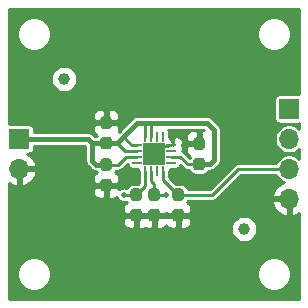
<source format=gtl>
%TF.GenerationSoftware,KiCad,Pcbnew,(5.1.10)-1*%
%TF.CreationDate,2021-05-28T12:23:57-05:00*%
%TF.ProjectId,ldo-power-board,6c646f2d-706f-4776-9572-2d626f617264,v01*%
%TF.SameCoordinates,Original*%
%TF.FileFunction,Copper,L1,Top*%
%TF.FilePolarity,Positive*%
%FSLAX46Y46*%
G04 Gerber Fmt 4.6, Leading zero omitted, Abs format (unit mm)*
G04 Created by KiCad (PCBNEW (5.1.10)-1) date 2021-05-28 12:23:57*
%MOMM*%
%LPD*%
G01*
G04 APERTURE LIST*
%TA.AperFunction,SMDPad,CuDef*%
%ADD10R,1.854200X1.854200*%
%TD*%
%TA.AperFunction,SMDPad,CuDef*%
%ADD11R,0.254000X0.812800*%
%TD*%
%TA.AperFunction,SMDPad,CuDef*%
%ADD12R,0.812800X0.254000*%
%TD*%
%TA.AperFunction,ComponentPad*%
%ADD13O,1.700000X1.700000*%
%TD*%
%TA.AperFunction,ComponentPad*%
%ADD14R,1.700000X1.700000*%
%TD*%
%TA.AperFunction,SMDPad,CuDef*%
%ADD15C,1.000000*%
%TD*%
%TA.AperFunction,ViaPad*%
%ADD16C,0.508000*%
%TD*%
%TA.AperFunction,Conductor*%
%ADD17C,0.254000*%
%TD*%
%TA.AperFunction,Conductor*%
%ADD18C,0.381000*%
%TD*%
%TA.AperFunction,Conductor*%
%ADD19C,0.100000*%
%TD*%
G04 APERTURE END LIST*
D10*
%TO.P,U1,17*%
%TO.N,GND*%
X142240000Y-101600000D03*
D11*
%TO.P,U1,16*%
%TO.N,/VIN*%
X141489999Y-100152200D03*
%TO.P,U1,15*%
X141990000Y-100152200D03*
%TO.P,U1,14*%
%TO.N,Net-(U1-Pad14)*%
X142490000Y-100152200D03*
%TO.P,U1,13*%
%TO.N,Net-(U1-Pad13)*%
X142990001Y-100152200D03*
D12*
%TO.P,U1,12*%
%TO.N,GND*%
X143687800Y-100849999D03*
%TO.P,U1,11*%
%TO.N,Net-(U1-Pad11)*%
X143687800Y-101350000D03*
%TO.P,U1,10*%
%TO.N,/VIN*%
X143687800Y-101850000D03*
%TO.P,U1,9*%
%TO.N,Net-(U1-Pad9)*%
X143687800Y-102350001D03*
D11*
%TO.P,U1,8*%
%TO.N,/VOUT3*%
X142990001Y-103047800D03*
%TO.P,U1,7*%
%TO.N,Net-(U1-Pad7)*%
X142490000Y-103047800D03*
%TO.P,U1,6*%
%TO.N,/VOUT2*%
X141990000Y-103047800D03*
%TO.P,U1,5*%
%TO.N,/VOUT1*%
X141489999Y-103047800D03*
D12*
%TO.P,U1,4*%
%TO.N,Net-(U1-Pad4)*%
X140792200Y-102350001D03*
%TO.P,U1,3*%
%TO.N,/VIN*%
X140792200Y-101850000D03*
%TO.P,U1,2*%
X140792200Y-101350000D03*
%TO.P,U1,1*%
X140792200Y-100849999D03*
%TD*%
D13*
%TO.P,J2,4*%
%TO.N,GND*%
X153670000Y-105410000D03*
%TO.P,J2,3*%
%TO.N,/VOUT3*%
X153670000Y-102870000D03*
%TO.P,J2,2*%
%TO.N,/VOUT2*%
X153670000Y-100330000D03*
D14*
%TO.P,J2,1*%
%TO.N,/VOUT1*%
X153670000Y-97790000D03*
%TD*%
D13*
%TO.P,J1,2*%
%TO.N,GND*%
X130810000Y-102870000D03*
D14*
%TO.P,J1,1*%
%TO.N,/VIN*%
X130810000Y-100330000D03*
%TD*%
D15*
%TO.P,FID2,*%
%TO.N,*%
X149860000Y-107950000D03*
%TD*%
%TO.P,FID1,*%
%TO.N,*%
X134620000Y-95250000D03*
%TD*%
%TO.P,C6,2*%
%TO.N,GND*%
%TA.AperFunction,SMDPad,CuDef*%
G36*
G01*
X146287500Y-101275000D02*
X145812500Y-101275000D01*
G75*
G02*
X145575000Y-101037500I0J237500D01*
G01*
X145575000Y-100437500D01*
G75*
G02*
X145812500Y-100200000I237500J0D01*
G01*
X146287500Y-100200000D01*
G75*
G02*
X146525000Y-100437500I0J-237500D01*
G01*
X146525000Y-101037500D01*
G75*
G02*
X146287500Y-101275000I-237500J0D01*
G01*
G37*
%TD.AperFunction*%
%TO.P,C6,1*%
%TO.N,/VIN*%
%TA.AperFunction,SMDPad,CuDef*%
G36*
G01*
X146287500Y-103000000D02*
X145812500Y-103000000D01*
G75*
G02*
X145575000Y-102762500I0J237500D01*
G01*
X145575000Y-102162500D01*
G75*
G02*
X145812500Y-101925000I237500J0D01*
G01*
X146287500Y-101925000D01*
G75*
G02*
X146525000Y-102162500I0J-237500D01*
G01*
X146525000Y-102762500D01*
G75*
G02*
X146287500Y-103000000I-237500J0D01*
G01*
G37*
%TD.AperFunction*%
%TD*%
%TO.P,C5,2*%
%TO.N,GND*%
%TA.AperFunction,SMDPad,CuDef*%
G36*
G01*
X137938500Y-103703000D02*
X138413500Y-103703000D01*
G75*
G02*
X138651000Y-103940500I0J-237500D01*
G01*
X138651000Y-104540500D01*
G75*
G02*
X138413500Y-104778000I-237500J0D01*
G01*
X137938500Y-104778000D01*
G75*
G02*
X137701000Y-104540500I0J237500D01*
G01*
X137701000Y-103940500D01*
G75*
G02*
X137938500Y-103703000I237500J0D01*
G01*
G37*
%TD.AperFunction*%
%TO.P,C5,1*%
%TO.N,/VIN*%
%TA.AperFunction,SMDPad,CuDef*%
G36*
G01*
X137938500Y-101978000D02*
X138413500Y-101978000D01*
G75*
G02*
X138651000Y-102215500I0J-237500D01*
G01*
X138651000Y-102815500D01*
G75*
G02*
X138413500Y-103053000I-237500J0D01*
G01*
X137938500Y-103053000D01*
G75*
G02*
X137701000Y-102815500I0J237500D01*
G01*
X137701000Y-102215500D01*
G75*
G02*
X137938500Y-101978000I237500J0D01*
G01*
G37*
%TD.AperFunction*%
%TD*%
%TO.P,C4,2*%
%TO.N,GND*%
%TA.AperFunction,SMDPad,CuDef*%
G36*
G01*
X138413500Y-99497000D02*
X137938500Y-99497000D01*
G75*
G02*
X137701000Y-99259500I0J237500D01*
G01*
X137701000Y-98659500D01*
G75*
G02*
X137938500Y-98422000I237500J0D01*
G01*
X138413500Y-98422000D01*
G75*
G02*
X138651000Y-98659500I0J-237500D01*
G01*
X138651000Y-99259500D01*
G75*
G02*
X138413500Y-99497000I-237500J0D01*
G01*
G37*
%TD.AperFunction*%
%TO.P,C4,1*%
%TO.N,/VIN*%
%TA.AperFunction,SMDPad,CuDef*%
G36*
G01*
X138413500Y-101222000D02*
X137938500Y-101222000D01*
G75*
G02*
X137701000Y-100984500I0J237500D01*
G01*
X137701000Y-100384500D01*
G75*
G02*
X137938500Y-100147000I237500J0D01*
G01*
X138413500Y-100147000D01*
G75*
G02*
X138651000Y-100384500I0J-237500D01*
G01*
X138651000Y-100984500D01*
G75*
G02*
X138413500Y-101222000I-237500J0D01*
G01*
G37*
%TD.AperFunction*%
%TD*%
%TO.P,C3,2*%
%TO.N,GND*%
%TA.AperFunction,SMDPad,CuDef*%
G36*
G01*
X140478500Y-106243000D02*
X140953500Y-106243000D01*
G75*
G02*
X141191000Y-106480500I0J-237500D01*
G01*
X141191000Y-107080500D01*
G75*
G02*
X140953500Y-107318000I-237500J0D01*
G01*
X140478500Y-107318000D01*
G75*
G02*
X140241000Y-107080500I0J237500D01*
G01*
X140241000Y-106480500D01*
G75*
G02*
X140478500Y-106243000I237500J0D01*
G01*
G37*
%TD.AperFunction*%
%TO.P,C3,1*%
%TO.N,/VOUT1*%
%TA.AperFunction,SMDPad,CuDef*%
G36*
G01*
X140478500Y-104518000D02*
X140953500Y-104518000D01*
G75*
G02*
X141191000Y-104755500I0J-237500D01*
G01*
X141191000Y-105355500D01*
G75*
G02*
X140953500Y-105593000I-237500J0D01*
G01*
X140478500Y-105593000D01*
G75*
G02*
X140241000Y-105355500I0J237500D01*
G01*
X140241000Y-104755500D01*
G75*
G02*
X140478500Y-104518000I237500J0D01*
G01*
G37*
%TD.AperFunction*%
%TD*%
%TO.P,C2,2*%
%TO.N,GND*%
%TA.AperFunction,SMDPad,CuDef*%
G36*
G01*
X142002500Y-106243000D02*
X142477500Y-106243000D01*
G75*
G02*
X142715000Y-106480500I0J-237500D01*
G01*
X142715000Y-107080500D01*
G75*
G02*
X142477500Y-107318000I-237500J0D01*
G01*
X142002500Y-107318000D01*
G75*
G02*
X141765000Y-107080500I0J237500D01*
G01*
X141765000Y-106480500D01*
G75*
G02*
X142002500Y-106243000I237500J0D01*
G01*
G37*
%TD.AperFunction*%
%TO.P,C2,1*%
%TO.N,/VOUT2*%
%TA.AperFunction,SMDPad,CuDef*%
G36*
G01*
X142002500Y-104518000D02*
X142477500Y-104518000D01*
G75*
G02*
X142715000Y-104755500I0J-237500D01*
G01*
X142715000Y-105355500D01*
G75*
G02*
X142477500Y-105593000I-237500J0D01*
G01*
X142002500Y-105593000D01*
G75*
G02*
X141765000Y-105355500I0J237500D01*
G01*
X141765000Y-104755500D01*
G75*
G02*
X142002500Y-104518000I237500J0D01*
G01*
G37*
%TD.AperFunction*%
%TD*%
%TO.P,C1,2*%
%TO.N,GND*%
%TA.AperFunction,SMDPad,CuDef*%
G36*
G01*
X144034500Y-106243000D02*
X144509500Y-106243000D01*
G75*
G02*
X144747000Y-106480500I0J-237500D01*
G01*
X144747000Y-107080500D01*
G75*
G02*
X144509500Y-107318000I-237500J0D01*
G01*
X144034500Y-107318000D01*
G75*
G02*
X143797000Y-107080500I0J237500D01*
G01*
X143797000Y-106480500D01*
G75*
G02*
X144034500Y-106243000I237500J0D01*
G01*
G37*
%TD.AperFunction*%
%TO.P,C1,1*%
%TO.N,/VOUT3*%
%TA.AperFunction,SMDPad,CuDef*%
G36*
G01*
X144034500Y-104518000D02*
X144509500Y-104518000D01*
G75*
G02*
X144747000Y-104755500I0J-237500D01*
G01*
X144747000Y-105355500D01*
G75*
G02*
X144509500Y-105593000I-237500J0D01*
G01*
X144034500Y-105593000D01*
G75*
G02*
X143797000Y-105355500I0J237500D01*
G01*
X143797000Y-104755500D01*
G75*
G02*
X144034500Y-104518000I237500J0D01*
G01*
G37*
%TD.AperFunction*%
%TD*%
D16*
%TO.N,GND*%
X141732000Y-102108000D03*
X142748000Y-102108000D03*
X142748000Y-101092000D03*
X141732000Y-101092000D03*
X144526000Y-99822000D03*
X144780000Y-103378000D03*
X139954000Y-103378000D03*
X139700000Y-98552000D03*
X148844000Y-101346000D03*
X147828000Y-98552000D03*
X145288000Y-97790000D03*
X141986000Y-97790000D03*
X136398000Y-99060000D03*
X135890000Y-101346000D03*
X139446000Y-105918000D03*
X146050000Y-106172000D03*
X140716000Y-108966000D03*
X142240000Y-108966000D03*
X144272000Y-108966000D03*
X147066000Y-103378000D03*
X151384000Y-103886000D03*
X151638000Y-98552000D03*
X130556000Y-109220000D03*
X134620000Y-113284000D03*
X130556000Y-93980000D03*
X134620000Y-89916000D03*
X130556000Y-98552000D03*
X153924000Y-109220000D03*
X153924000Y-93980000D03*
X149860000Y-89916000D03*
X149860000Y-113284000D03*
%TO.N,/VOUT2*%
X143256000Y-105054400D03*
%TO.N,/VOUT1*%
X139700000Y-105054400D03*
%TD*%
D17*
%TO.N,GND*%
X142947201Y-100892799D02*
X142748000Y-101092000D01*
X143419964Y-100849999D02*
X143377164Y-100892799D01*
X143377164Y-100892799D02*
X142947201Y-100892799D01*
X143687800Y-100849999D02*
X143419964Y-100849999D01*
%TO.N,/VOUT3*%
X149352000Y-102870000D02*
X153670000Y-102870000D01*
X147166500Y-105055500D02*
X149352000Y-102870000D01*
X142990001Y-103773501D02*
X144272000Y-105055500D01*
X142990001Y-103047800D02*
X142990001Y-103773501D01*
X147166500Y-105055500D02*
X144272000Y-105055500D01*
%TO.N,/VOUT2*%
X141990000Y-103047800D02*
X141990000Y-103890000D01*
X142240000Y-104140000D02*
X142240000Y-105055500D01*
X141990000Y-103890000D02*
X142240000Y-104140000D01*
X143254900Y-105055500D02*
X143256000Y-105054400D01*
X142240000Y-105055500D02*
X143254900Y-105055500D01*
%TO.N,/VOUT1*%
X141489999Y-104281501D02*
X140716000Y-105055500D01*
X141489999Y-103047800D02*
X141489999Y-104281501D01*
X139701100Y-105055500D02*
X139700000Y-105054400D01*
X140716000Y-105055500D02*
X139701100Y-105055500D01*
D18*
%TO.N,/VIN*%
X138176000Y-100684500D02*
X137006500Y-100684500D01*
X136652000Y-100330000D02*
X130810000Y-100330000D01*
X137006500Y-100684500D02*
X136652000Y-100330000D01*
X137006500Y-100684500D02*
X137006500Y-102208500D01*
X137313500Y-102515500D02*
X138176000Y-102515500D01*
X137006500Y-102208500D02*
X137313500Y-102515500D01*
D17*
X138176000Y-102515500D02*
X139190900Y-102515500D01*
X139856400Y-101850000D02*
X139190900Y-102515500D01*
X140792200Y-101850000D02*
X139856400Y-101850000D01*
D18*
X138176000Y-100684500D02*
X139091500Y-100684500D01*
D17*
X139757000Y-101350000D02*
X139091500Y-100684500D01*
X140792200Y-101350000D02*
X139757000Y-101350000D01*
X140372399Y-100849999D02*
X139649200Y-100126800D01*
X140792200Y-100849999D02*
X140372399Y-100849999D01*
D18*
X139649200Y-100126800D02*
X140817600Y-98958400D01*
X139091500Y-100684500D02*
X139649200Y-100126800D01*
D17*
X141489999Y-100152200D02*
X141489999Y-98995799D01*
X141489999Y-98995799D02*
X141452600Y-98958400D01*
D18*
X140817600Y-98958400D02*
X141452600Y-98958400D01*
D17*
X141990000Y-98962400D02*
X141986000Y-98958400D01*
X141990000Y-100152200D02*
X141990000Y-98962400D01*
D18*
X141452600Y-98958400D02*
X141986000Y-98958400D01*
D17*
X145083700Y-102462500D02*
X146050000Y-102462500D01*
X144471200Y-101850000D02*
X145083700Y-102462500D01*
X143687800Y-101850000D02*
X144471200Y-101850000D01*
D18*
X146965500Y-102462500D02*
X146050000Y-102462500D01*
X147320000Y-99568000D02*
X147320000Y-102108000D01*
X146710400Y-98958400D02*
X147320000Y-99568000D01*
X147320000Y-102108000D02*
X146965500Y-102462500D01*
X141986000Y-98958400D02*
X146710400Y-98958400D01*
%TD*%
D17*
%TO.N,GND*%
X136435000Y-100921223D02*
X136435001Y-102180416D01*
X136432235Y-102208500D01*
X136443269Y-102320533D01*
X136475948Y-102428261D01*
X136528779Y-102527100D01*
X136529017Y-102527545D01*
X136600434Y-102614567D01*
X136622244Y-102632466D01*
X136889530Y-102899752D01*
X136907433Y-102921567D01*
X136994455Y-102992984D01*
X137093738Y-103046052D01*
X137201466Y-103078731D01*
X137285426Y-103087000D01*
X137313500Y-103089765D01*
X137341574Y-103087000D01*
X137383608Y-103087000D01*
X137410893Y-103138047D01*
X137346506Y-103172463D01*
X137249815Y-103251815D01*
X137170463Y-103348506D01*
X137111498Y-103458820D01*
X137075188Y-103578518D01*
X137062928Y-103703000D01*
X137066000Y-103954750D01*
X137224750Y-104113500D01*
X138049000Y-104113500D01*
X138049000Y-104093500D01*
X138303000Y-104093500D01*
X138303000Y-104113500D01*
X139127250Y-104113500D01*
X139286000Y-103954750D01*
X139289072Y-103703000D01*
X139276812Y-103578518D01*
X139240502Y-103458820D01*
X139181537Y-103348506D01*
X139102185Y-103251815D01*
X139005494Y-103172463D01*
X138941107Y-103138047D01*
X138986622Y-103052895D01*
X138995539Y-103023500D01*
X139165956Y-103023500D01*
X139190900Y-103025957D01*
X139215844Y-103023500D01*
X139215847Y-103023500D01*
X139290485Y-103016149D01*
X139386243Y-102987101D01*
X139474495Y-102939929D01*
X139551848Y-102876448D01*
X139567755Y-102857065D01*
X140002957Y-102421864D01*
X140002957Y-102477001D01*
X140010313Y-102551690D01*
X140032099Y-102623509D01*
X140067478Y-102689697D01*
X140115089Y-102747712D01*
X140173104Y-102795323D01*
X140239292Y-102830702D01*
X140311111Y-102852488D01*
X140385800Y-102859844D01*
X140770737Y-102859844D01*
X140782363Y-102881594D01*
X140861715Y-102978285D01*
X140958406Y-103057637D01*
X140980156Y-103069263D01*
X140980156Y-103454200D01*
X140981999Y-103472916D01*
X140982000Y-104071080D01*
X140917923Y-104135157D01*
X140478500Y-104135157D01*
X140357477Y-104147077D01*
X140241105Y-104182378D01*
X140133856Y-104239704D01*
X140039851Y-104316851D01*
X139962704Y-104410856D01*
X139934241Y-104464107D01*
X139885223Y-104443803D01*
X139762542Y-104419400D01*
X139637458Y-104419400D01*
X139514777Y-104443803D01*
X139399215Y-104491671D01*
X139295211Y-104561164D01*
X139286532Y-104569843D01*
X139286000Y-104526250D01*
X139127250Y-104367500D01*
X138303000Y-104367500D01*
X138303000Y-105254250D01*
X138461750Y-105413000D01*
X138651000Y-105416072D01*
X138775482Y-105403812D01*
X138895180Y-105367502D01*
X139005494Y-105308537D01*
X139089419Y-105239662D01*
X139137271Y-105355185D01*
X139206764Y-105459189D01*
X139295211Y-105547636D01*
X139399215Y-105617129D01*
X139514777Y-105664997D01*
X139637458Y-105689400D01*
X139762542Y-105689400D01*
X139885223Y-105664997D01*
X139933278Y-105645092D01*
X139950893Y-105678047D01*
X139886506Y-105712463D01*
X139789815Y-105791815D01*
X139710463Y-105888506D01*
X139651498Y-105998820D01*
X139615188Y-106118518D01*
X139602928Y-106243000D01*
X139606000Y-106494750D01*
X139764750Y-106653500D01*
X140589000Y-106653500D01*
X140589000Y-106633500D01*
X140843000Y-106633500D01*
X140843000Y-106653500D01*
X142113000Y-106653500D01*
X142113000Y-106633500D01*
X142367000Y-106633500D01*
X142367000Y-106653500D01*
X143191250Y-106653500D01*
X143256000Y-106588750D01*
X143320750Y-106653500D01*
X144145000Y-106653500D01*
X144145000Y-106633500D01*
X144399000Y-106633500D01*
X144399000Y-106653500D01*
X145223250Y-106653500D01*
X145382000Y-106494750D01*
X145385072Y-106243000D01*
X145372812Y-106118518D01*
X145336502Y-105998820D01*
X145277537Y-105888506D01*
X145198185Y-105791815D01*
X145167814Y-105766890D01*
X152228524Y-105766890D01*
X152273175Y-105914099D01*
X152398359Y-106176920D01*
X152572412Y-106410269D01*
X152788645Y-106605178D01*
X153038748Y-106754157D01*
X153313109Y-106851481D01*
X153543000Y-106730814D01*
X153543000Y-105537000D01*
X152349845Y-105537000D01*
X152228524Y-105766890D01*
X145167814Y-105766890D01*
X145101494Y-105712463D01*
X145037107Y-105678047D01*
X145082622Y-105592895D01*
X145091539Y-105563500D01*
X147141556Y-105563500D01*
X147166500Y-105565957D01*
X147191444Y-105563500D01*
X147191447Y-105563500D01*
X147266085Y-105556149D01*
X147361843Y-105527101D01*
X147450095Y-105479929D01*
X147527448Y-105416448D01*
X147543355Y-105397065D01*
X149562420Y-103378000D01*
X152547996Y-103378000D01*
X152579102Y-103453097D01*
X152713820Y-103654717D01*
X152885283Y-103826180D01*
X153086903Y-103960898D01*
X153201168Y-104008228D01*
X153038748Y-104065843D01*
X152788645Y-104214822D01*
X152572412Y-104409731D01*
X152398359Y-104643080D01*
X152273175Y-104905901D01*
X152228524Y-105053110D01*
X152349845Y-105283000D01*
X153543000Y-105283000D01*
X153543000Y-105263000D01*
X153797000Y-105263000D01*
X153797000Y-105283000D01*
X153817000Y-105283000D01*
X153817000Y-105537000D01*
X153797000Y-105537000D01*
X153797000Y-106730814D01*
X154026891Y-106851481D01*
X154301252Y-106754157D01*
X154534001Y-106615515D01*
X154534001Y-113894000D01*
X129946000Y-113894000D01*
X129946000Y-111619059D01*
X130649000Y-111619059D01*
X130649000Y-111900941D01*
X130703993Y-112177407D01*
X130811864Y-112437833D01*
X130968470Y-112672209D01*
X131167791Y-112871530D01*
X131402167Y-113028136D01*
X131662593Y-113136007D01*
X131939059Y-113191000D01*
X132220941Y-113191000D01*
X132497407Y-113136007D01*
X132757833Y-113028136D01*
X132992209Y-112871530D01*
X133191530Y-112672209D01*
X133348136Y-112437833D01*
X133456007Y-112177407D01*
X133511000Y-111900941D01*
X133511000Y-111619059D01*
X150969000Y-111619059D01*
X150969000Y-111900941D01*
X151023993Y-112177407D01*
X151131864Y-112437833D01*
X151288470Y-112672209D01*
X151487791Y-112871530D01*
X151722167Y-113028136D01*
X151982593Y-113136007D01*
X152259059Y-113191000D01*
X152540941Y-113191000D01*
X152817407Y-113136007D01*
X153077833Y-113028136D01*
X153312209Y-112871530D01*
X153511530Y-112672209D01*
X153668136Y-112437833D01*
X153776007Y-112177407D01*
X153831000Y-111900941D01*
X153831000Y-111619059D01*
X153776007Y-111342593D01*
X153668136Y-111082167D01*
X153511530Y-110847791D01*
X153312209Y-110648470D01*
X153077833Y-110491864D01*
X152817407Y-110383993D01*
X152540941Y-110329000D01*
X152259059Y-110329000D01*
X151982593Y-110383993D01*
X151722167Y-110491864D01*
X151487791Y-110648470D01*
X151288470Y-110847791D01*
X151131864Y-111082167D01*
X151023993Y-111342593D01*
X150969000Y-111619059D01*
X133511000Y-111619059D01*
X133456007Y-111342593D01*
X133348136Y-111082167D01*
X133191530Y-110847791D01*
X132992209Y-110648470D01*
X132757833Y-110491864D01*
X132497407Y-110383993D01*
X132220941Y-110329000D01*
X131939059Y-110329000D01*
X131662593Y-110383993D01*
X131402167Y-110491864D01*
X131167791Y-110648470D01*
X130968470Y-110847791D01*
X130811864Y-111082167D01*
X130703993Y-111342593D01*
X130649000Y-111619059D01*
X129946000Y-111619059D01*
X129946000Y-107318000D01*
X139602928Y-107318000D01*
X139615188Y-107442482D01*
X139651498Y-107562180D01*
X139710463Y-107672494D01*
X139789815Y-107769185D01*
X139886506Y-107848537D01*
X139996820Y-107907502D01*
X140116518Y-107943812D01*
X140241000Y-107956072D01*
X140430250Y-107953000D01*
X140589000Y-107794250D01*
X140589000Y-106907500D01*
X140843000Y-106907500D01*
X140843000Y-107794250D01*
X141001750Y-107953000D01*
X141191000Y-107956072D01*
X141315482Y-107943812D01*
X141435180Y-107907502D01*
X141478000Y-107884614D01*
X141520820Y-107907502D01*
X141640518Y-107943812D01*
X141765000Y-107956072D01*
X141954250Y-107953000D01*
X142113000Y-107794250D01*
X142113000Y-106907500D01*
X142367000Y-106907500D01*
X142367000Y-107794250D01*
X142525750Y-107953000D01*
X142715000Y-107956072D01*
X142839482Y-107943812D01*
X142959180Y-107907502D01*
X143069494Y-107848537D01*
X143166185Y-107769185D01*
X143245537Y-107672494D01*
X143256000Y-107652919D01*
X143266463Y-107672494D01*
X143345815Y-107769185D01*
X143442506Y-107848537D01*
X143552820Y-107907502D01*
X143672518Y-107943812D01*
X143797000Y-107956072D01*
X143986250Y-107953000D01*
X144145000Y-107794250D01*
X144145000Y-106907500D01*
X144399000Y-106907500D01*
X144399000Y-107794250D01*
X144557750Y-107953000D01*
X144747000Y-107956072D01*
X144871482Y-107943812D01*
X144991180Y-107907502D01*
X145101494Y-107848537D01*
X145113114Y-107839000D01*
X148733000Y-107839000D01*
X148733000Y-108061000D01*
X148776310Y-108278734D01*
X148861266Y-108483835D01*
X148984602Y-108668421D01*
X149141579Y-108825398D01*
X149326165Y-108948734D01*
X149531266Y-109033690D01*
X149749000Y-109077000D01*
X149971000Y-109077000D01*
X150188734Y-109033690D01*
X150393835Y-108948734D01*
X150578421Y-108825398D01*
X150735398Y-108668421D01*
X150858734Y-108483835D01*
X150943690Y-108278734D01*
X150987000Y-108061000D01*
X150987000Y-107839000D01*
X150943690Y-107621266D01*
X150858734Y-107416165D01*
X150735398Y-107231579D01*
X150578421Y-107074602D01*
X150393835Y-106951266D01*
X150188734Y-106866310D01*
X149971000Y-106823000D01*
X149749000Y-106823000D01*
X149531266Y-106866310D01*
X149326165Y-106951266D01*
X149141579Y-107074602D01*
X148984602Y-107231579D01*
X148861266Y-107416165D01*
X148776310Y-107621266D01*
X148733000Y-107839000D01*
X145113114Y-107839000D01*
X145198185Y-107769185D01*
X145277537Y-107672494D01*
X145336502Y-107562180D01*
X145372812Y-107442482D01*
X145385072Y-107318000D01*
X145382000Y-107066250D01*
X145223250Y-106907500D01*
X144399000Y-106907500D01*
X144145000Y-106907500D01*
X143320750Y-106907500D01*
X143256000Y-106972250D01*
X143191250Y-106907500D01*
X142367000Y-106907500D01*
X142113000Y-106907500D01*
X140843000Y-106907500D01*
X140589000Y-106907500D01*
X139764750Y-106907500D01*
X139606000Y-107066250D01*
X139602928Y-107318000D01*
X129946000Y-107318000D01*
X129946000Y-104778000D01*
X137062928Y-104778000D01*
X137075188Y-104902482D01*
X137111498Y-105022180D01*
X137170463Y-105132494D01*
X137249815Y-105229185D01*
X137346506Y-105308537D01*
X137456820Y-105367502D01*
X137576518Y-105403812D01*
X137701000Y-105416072D01*
X137890250Y-105413000D01*
X138049000Y-105254250D01*
X138049000Y-104367500D01*
X137224750Y-104367500D01*
X137066000Y-104526250D01*
X137062928Y-104778000D01*
X129946000Y-104778000D01*
X129946000Y-104075516D01*
X130178748Y-104214157D01*
X130453109Y-104311481D01*
X130683000Y-104190814D01*
X130683000Y-102997000D01*
X130937000Y-102997000D01*
X130937000Y-104190814D01*
X131166891Y-104311481D01*
X131441252Y-104214157D01*
X131691355Y-104065178D01*
X131907588Y-103870269D01*
X132081641Y-103636920D01*
X132206825Y-103374099D01*
X132251476Y-103226890D01*
X132130155Y-102997000D01*
X130937000Y-102997000D01*
X130683000Y-102997000D01*
X130663000Y-102997000D01*
X130663000Y-102743000D01*
X130683000Y-102743000D01*
X130683000Y-102723000D01*
X130937000Y-102723000D01*
X130937000Y-102743000D01*
X132130155Y-102743000D01*
X132251476Y-102513110D01*
X132206825Y-102365901D01*
X132081641Y-102103080D01*
X131907588Y-101869731D01*
X131691355Y-101674822D01*
X131503367Y-101562843D01*
X131660000Y-101562843D01*
X131734689Y-101555487D01*
X131806508Y-101533701D01*
X131872696Y-101498322D01*
X131930711Y-101450711D01*
X131978322Y-101392696D01*
X132013701Y-101326508D01*
X132035487Y-101254689D01*
X132042843Y-101180000D01*
X132042843Y-100901500D01*
X136415278Y-100901500D01*
X136435000Y-100921223D01*
%TA.AperFunction,Conductor*%
D19*
G36*
X136435000Y-100921223D02*
G01*
X136435001Y-102180416D01*
X136432235Y-102208500D01*
X136443269Y-102320533D01*
X136475948Y-102428261D01*
X136528779Y-102527100D01*
X136529017Y-102527545D01*
X136600434Y-102614567D01*
X136622244Y-102632466D01*
X136889530Y-102899752D01*
X136907433Y-102921567D01*
X136994455Y-102992984D01*
X137093738Y-103046052D01*
X137201466Y-103078731D01*
X137285426Y-103087000D01*
X137313500Y-103089765D01*
X137341574Y-103087000D01*
X137383608Y-103087000D01*
X137410893Y-103138047D01*
X137346506Y-103172463D01*
X137249815Y-103251815D01*
X137170463Y-103348506D01*
X137111498Y-103458820D01*
X137075188Y-103578518D01*
X137062928Y-103703000D01*
X137066000Y-103954750D01*
X137224750Y-104113500D01*
X138049000Y-104113500D01*
X138049000Y-104093500D01*
X138303000Y-104093500D01*
X138303000Y-104113500D01*
X139127250Y-104113500D01*
X139286000Y-103954750D01*
X139289072Y-103703000D01*
X139276812Y-103578518D01*
X139240502Y-103458820D01*
X139181537Y-103348506D01*
X139102185Y-103251815D01*
X139005494Y-103172463D01*
X138941107Y-103138047D01*
X138986622Y-103052895D01*
X138995539Y-103023500D01*
X139165956Y-103023500D01*
X139190900Y-103025957D01*
X139215844Y-103023500D01*
X139215847Y-103023500D01*
X139290485Y-103016149D01*
X139386243Y-102987101D01*
X139474495Y-102939929D01*
X139551848Y-102876448D01*
X139567755Y-102857065D01*
X140002957Y-102421864D01*
X140002957Y-102477001D01*
X140010313Y-102551690D01*
X140032099Y-102623509D01*
X140067478Y-102689697D01*
X140115089Y-102747712D01*
X140173104Y-102795323D01*
X140239292Y-102830702D01*
X140311111Y-102852488D01*
X140385800Y-102859844D01*
X140770737Y-102859844D01*
X140782363Y-102881594D01*
X140861715Y-102978285D01*
X140958406Y-103057637D01*
X140980156Y-103069263D01*
X140980156Y-103454200D01*
X140981999Y-103472916D01*
X140982000Y-104071080D01*
X140917923Y-104135157D01*
X140478500Y-104135157D01*
X140357477Y-104147077D01*
X140241105Y-104182378D01*
X140133856Y-104239704D01*
X140039851Y-104316851D01*
X139962704Y-104410856D01*
X139934241Y-104464107D01*
X139885223Y-104443803D01*
X139762542Y-104419400D01*
X139637458Y-104419400D01*
X139514777Y-104443803D01*
X139399215Y-104491671D01*
X139295211Y-104561164D01*
X139286532Y-104569843D01*
X139286000Y-104526250D01*
X139127250Y-104367500D01*
X138303000Y-104367500D01*
X138303000Y-105254250D01*
X138461750Y-105413000D01*
X138651000Y-105416072D01*
X138775482Y-105403812D01*
X138895180Y-105367502D01*
X139005494Y-105308537D01*
X139089419Y-105239662D01*
X139137271Y-105355185D01*
X139206764Y-105459189D01*
X139295211Y-105547636D01*
X139399215Y-105617129D01*
X139514777Y-105664997D01*
X139637458Y-105689400D01*
X139762542Y-105689400D01*
X139885223Y-105664997D01*
X139933278Y-105645092D01*
X139950893Y-105678047D01*
X139886506Y-105712463D01*
X139789815Y-105791815D01*
X139710463Y-105888506D01*
X139651498Y-105998820D01*
X139615188Y-106118518D01*
X139602928Y-106243000D01*
X139606000Y-106494750D01*
X139764750Y-106653500D01*
X140589000Y-106653500D01*
X140589000Y-106633500D01*
X140843000Y-106633500D01*
X140843000Y-106653500D01*
X142113000Y-106653500D01*
X142113000Y-106633500D01*
X142367000Y-106633500D01*
X142367000Y-106653500D01*
X143191250Y-106653500D01*
X143256000Y-106588750D01*
X143320750Y-106653500D01*
X144145000Y-106653500D01*
X144145000Y-106633500D01*
X144399000Y-106633500D01*
X144399000Y-106653500D01*
X145223250Y-106653500D01*
X145382000Y-106494750D01*
X145385072Y-106243000D01*
X145372812Y-106118518D01*
X145336502Y-105998820D01*
X145277537Y-105888506D01*
X145198185Y-105791815D01*
X145167814Y-105766890D01*
X152228524Y-105766890D01*
X152273175Y-105914099D01*
X152398359Y-106176920D01*
X152572412Y-106410269D01*
X152788645Y-106605178D01*
X153038748Y-106754157D01*
X153313109Y-106851481D01*
X153543000Y-106730814D01*
X153543000Y-105537000D01*
X152349845Y-105537000D01*
X152228524Y-105766890D01*
X145167814Y-105766890D01*
X145101494Y-105712463D01*
X145037107Y-105678047D01*
X145082622Y-105592895D01*
X145091539Y-105563500D01*
X147141556Y-105563500D01*
X147166500Y-105565957D01*
X147191444Y-105563500D01*
X147191447Y-105563500D01*
X147266085Y-105556149D01*
X147361843Y-105527101D01*
X147450095Y-105479929D01*
X147527448Y-105416448D01*
X147543355Y-105397065D01*
X149562420Y-103378000D01*
X152547996Y-103378000D01*
X152579102Y-103453097D01*
X152713820Y-103654717D01*
X152885283Y-103826180D01*
X153086903Y-103960898D01*
X153201168Y-104008228D01*
X153038748Y-104065843D01*
X152788645Y-104214822D01*
X152572412Y-104409731D01*
X152398359Y-104643080D01*
X152273175Y-104905901D01*
X152228524Y-105053110D01*
X152349845Y-105283000D01*
X153543000Y-105283000D01*
X153543000Y-105263000D01*
X153797000Y-105263000D01*
X153797000Y-105283000D01*
X153817000Y-105283000D01*
X153817000Y-105537000D01*
X153797000Y-105537000D01*
X153797000Y-106730814D01*
X154026891Y-106851481D01*
X154301252Y-106754157D01*
X154534001Y-106615515D01*
X154534001Y-113894000D01*
X129946000Y-113894000D01*
X129946000Y-111619059D01*
X130649000Y-111619059D01*
X130649000Y-111900941D01*
X130703993Y-112177407D01*
X130811864Y-112437833D01*
X130968470Y-112672209D01*
X131167791Y-112871530D01*
X131402167Y-113028136D01*
X131662593Y-113136007D01*
X131939059Y-113191000D01*
X132220941Y-113191000D01*
X132497407Y-113136007D01*
X132757833Y-113028136D01*
X132992209Y-112871530D01*
X133191530Y-112672209D01*
X133348136Y-112437833D01*
X133456007Y-112177407D01*
X133511000Y-111900941D01*
X133511000Y-111619059D01*
X150969000Y-111619059D01*
X150969000Y-111900941D01*
X151023993Y-112177407D01*
X151131864Y-112437833D01*
X151288470Y-112672209D01*
X151487791Y-112871530D01*
X151722167Y-113028136D01*
X151982593Y-113136007D01*
X152259059Y-113191000D01*
X152540941Y-113191000D01*
X152817407Y-113136007D01*
X153077833Y-113028136D01*
X153312209Y-112871530D01*
X153511530Y-112672209D01*
X153668136Y-112437833D01*
X153776007Y-112177407D01*
X153831000Y-111900941D01*
X153831000Y-111619059D01*
X153776007Y-111342593D01*
X153668136Y-111082167D01*
X153511530Y-110847791D01*
X153312209Y-110648470D01*
X153077833Y-110491864D01*
X152817407Y-110383993D01*
X152540941Y-110329000D01*
X152259059Y-110329000D01*
X151982593Y-110383993D01*
X151722167Y-110491864D01*
X151487791Y-110648470D01*
X151288470Y-110847791D01*
X151131864Y-111082167D01*
X151023993Y-111342593D01*
X150969000Y-111619059D01*
X133511000Y-111619059D01*
X133456007Y-111342593D01*
X133348136Y-111082167D01*
X133191530Y-110847791D01*
X132992209Y-110648470D01*
X132757833Y-110491864D01*
X132497407Y-110383993D01*
X132220941Y-110329000D01*
X131939059Y-110329000D01*
X131662593Y-110383993D01*
X131402167Y-110491864D01*
X131167791Y-110648470D01*
X130968470Y-110847791D01*
X130811864Y-111082167D01*
X130703993Y-111342593D01*
X130649000Y-111619059D01*
X129946000Y-111619059D01*
X129946000Y-107318000D01*
X139602928Y-107318000D01*
X139615188Y-107442482D01*
X139651498Y-107562180D01*
X139710463Y-107672494D01*
X139789815Y-107769185D01*
X139886506Y-107848537D01*
X139996820Y-107907502D01*
X140116518Y-107943812D01*
X140241000Y-107956072D01*
X140430250Y-107953000D01*
X140589000Y-107794250D01*
X140589000Y-106907500D01*
X140843000Y-106907500D01*
X140843000Y-107794250D01*
X141001750Y-107953000D01*
X141191000Y-107956072D01*
X141315482Y-107943812D01*
X141435180Y-107907502D01*
X141478000Y-107884614D01*
X141520820Y-107907502D01*
X141640518Y-107943812D01*
X141765000Y-107956072D01*
X141954250Y-107953000D01*
X142113000Y-107794250D01*
X142113000Y-106907500D01*
X142367000Y-106907500D01*
X142367000Y-107794250D01*
X142525750Y-107953000D01*
X142715000Y-107956072D01*
X142839482Y-107943812D01*
X142959180Y-107907502D01*
X143069494Y-107848537D01*
X143166185Y-107769185D01*
X143245537Y-107672494D01*
X143256000Y-107652919D01*
X143266463Y-107672494D01*
X143345815Y-107769185D01*
X143442506Y-107848537D01*
X143552820Y-107907502D01*
X143672518Y-107943812D01*
X143797000Y-107956072D01*
X143986250Y-107953000D01*
X144145000Y-107794250D01*
X144145000Y-106907500D01*
X144399000Y-106907500D01*
X144399000Y-107794250D01*
X144557750Y-107953000D01*
X144747000Y-107956072D01*
X144871482Y-107943812D01*
X144991180Y-107907502D01*
X145101494Y-107848537D01*
X145113114Y-107839000D01*
X148733000Y-107839000D01*
X148733000Y-108061000D01*
X148776310Y-108278734D01*
X148861266Y-108483835D01*
X148984602Y-108668421D01*
X149141579Y-108825398D01*
X149326165Y-108948734D01*
X149531266Y-109033690D01*
X149749000Y-109077000D01*
X149971000Y-109077000D01*
X150188734Y-109033690D01*
X150393835Y-108948734D01*
X150578421Y-108825398D01*
X150735398Y-108668421D01*
X150858734Y-108483835D01*
X150943690Y-108278734D01*
X150987000Y-108061000D01*
X150987000Y-107839000D01*
X150943690Y-107621266D01*
X150858734Y-107416165D01*
X150735398Y-107231579D01*
X150578421Y-107074602D01*
X150393835Y-106951266D01*
X150188734Y-106866310D01*
X149971000Y-106823000D01*
X149749000Y-106823000D01*
X149531266Y-106866310D01*
X149326165Y-106951266D01*
X149141579Y-107074602D01*
X148984602Y-107231579D01*
X148861266Y-107416165D01*
X148776310Y-107621266D01*
X148733000Y-107839000D01*
X145113114Y-107839000D01*
X145198185Y-107769185D01*
X145277537Y-107672494D01*
X145336502Y-107562180D01*
X145372812Y-107442482D01*
X145385072Y-107318000D01*
X145382000Y-107066250D01*
X145223250Y-106907500D01*
X144399000Y-106907500D01*
X144145000Y-106907500D01*
X143320750Y-106907500D01*
X143256000Y-106972250D01*
X143191250Y-106907500D01*
X142367000Y-106907500D01*
X142113000Y-106907500D01*
X140843000Y-106907500D01*
X140589000Y-106907500D01*
X139764750Y-106907500D01*
X139606000Y-107066250D01*
X139602928Y-107318000D01*
X129946000Y-107318000D01*
X129946000Y-104778000D01*
X137062928Y-104778000D01*
X137075188Y-104902482D01*
X137111498Y-105022180D01*
X137170463Y-105132494D01*
X137249815Y-105229185D01*
X137346506Y-105308537D01*
X137456820Y-105367502D01*
X137576518Y-105403812D01*
X137701000Y-105416072D01*
X137890250Y-105413000D01*
X138049000Y-105254250D01*
X138049000Y-104367500D01*
X137224750Y-104367500D01*
X137066000Y-104526250D01*
X137062928Y-104778000D01*
X129946000Y-104778000D01*
X129946000Y-104075516D01*
X130178748Y-104214157D01*
X130453109Y-104311481D01*
X130683000Y-104190814D01*
X130683000Y-102997000D01*
X130937000Y-102997000D01*
X130937000Y-104190814D01*
X131166891Y-104311481D01*
X131441252Y-104214157D01*
X131691355Y-104065178D01*
X131907588Y-103870269D01*
X132081641Y-103636920D01*
X132206825Y-103374099D01*
X132251476Y-103226890D01*
X132130155Y-102997000D01*
X130937000Y-102997000D01*
X130683000Y-102997000D01*
X130663000Y-102997000D01*
X130663000Y-102743000D01*
X130683000Y-102743000D01*
X130683000Y-102723000D01*
X130937000Y-102723000D01*
X130937000Y-102743000D01*
X132130155Y-102743000D01*
X132251476Y-102513110D01*
X132206825Y-102365901D01*
X132081641Y-102103080D01*
X131907588Y-101869731D01*
X131691355Y-101674822D01*
X131503367Y-101562843D01*
X131660000Y-101562843D01*
X131734689Y-101555487D01*
X131806508Y-101533701D01*
X131872696Y-101498322D01*
X131930711Y-101450711D01*
X131978322Y-101392696D01*
X132013701Y-101326508D01*
X132035487Y-101254689D01*
X132042843Y-101180000D01*
X132042843Y-100901500D01*
X136415278Y-100901500D01*
X136435000Y-100921223D01*
G37*
%TD.AperFunction*%
D17*
X154534000Y-96558536D02*
X154520000Y-96557157D01*
X152820000Y-96557157D01*
X152745311Y-96564513D01*
X152673492Y-96586299D01*
X152607304Y-96621678D01*
X152549289Y-96669289D01*
X152501678Y-96727304D01*
X152466299Y-96793492D01*
X152444513Y-96865311D01*
X152437157Y-96940000D01*
X152437157Y-98640000D01*
X152444513Y-98714689D01*
X152466299Y-98786508D01*
X152501678Y-98852696D01*
X152549289Y-98910711D01*
X152607304Y-98958322D01*
X152673492Y-98993701D01*
X152745311Y-99015487D01*
X152820000Y-99022843D01*
X154520000Y-99022843D01*
X154534000Y-99021464D01*
X154534000Y-99453103D01*
X154454717Y-99373820D01*
X154253097Y-99239102D01*
X154029069Y-99146307D01*
X153791243Y-99099000D01*
X153548757Y-99099000D01*
X153310931Y-99146307D01*
X153086903Y-99239102D01*
X152885283Y-99373820D01*
X152713820Y-99545283D01*
X152579102Y-99746903D01*
X152486307Y-99970931D01*
X152439000Y-100208757D01*
X152439000Y-100451243D01*
X152486307Y-100689069D01*
X152579102Y-100913097D01*
X152713820Y-101114717D01*
X152885283Y-101286180D01*
X153086903Y-101420898D01*
X153310931Y-101513693D01*
X153548757Y-101561000D01*
X153791243Y-101561000D01*
X154029069Y-101513693D01*
X154253097Y-101420898D01*
X154454717Y-101286180D01*
X154534000Y-101206897D01*
X154534001Y-101993104D01*
X154454717Y-101913820D01*
X154253097Y-101779102D01*
X154029069Y-101686307D01*
X153791243Y-101639000D01*
X153548757Y-101639000D01*
X153310931Y-101686307D01*
X153086903Y-101779102D01*
X152885283Y-101913820D01*
X152713820Y-102085283D01*
X152579102Y-102286903D01*
X152547996Y-102362000D01*
X149376944Y-102362000D01*
X149352000Y-102359543D01*
X149327056Y-102362000D01*
X149327053Y-102362000D01*
X149252415Y-102369351D01*
X149156657Y-102398399D01*
X149068405Y-102445571D01*
X148991052Y-102509052D01*
X148975145Y-102528435D01*
X146956080Y-104547500D01*
X145091539Y-104547500D01*
X145082622Y-104518105D01*
X145025296Y-104410856D01*
X144948149Y-104316851D01*
X144854144Y-104239704D01*
X144746895Y-104182378D01*
X144630523Y-104147077D01*
X144509500Y-104135157D01*
X144070078Y-104135157D01*
X143498001Y-103563081D01*
X143498001Y-103472913D01*
X143499844Y-103454200D01*
X143499844Y-103069263D01*
X143521594Y-103057637D01*
X143618285Y-102978285D01*
X143697637Y-102881594D01*
X143709263Y-102859844D01*
X144094200Y-102859844D01*
X144168889Y-102852488D01*
X144240708Y-102830702D01*
X144306896Y-102795323D01*
X144364911Y-102747712D01*
X144412522Y-102689697D01*
X144447901Y-102623509D01*
X144466145Y-102563365D01*
X144706845Y-102804065D01*
X144722752Y-102823448D01*
X144800105Y-102886929D01*
X144888357Y-102934101D01*
X144984115Y-102963149D01*
X145058753Y-102970500D01*
X145058756Y-102970500D01*
X145083700Y-102972957D01*
X145108644Y-102970500D01*
X145230461Y-102970500D01*
X145239378Y-102999895D01*
X145296704Y-103107144D01*
X145373851Y-103201149D01*
X145467856Y-103278296D01*
X145575105Y-103335622D01*
X145691477Y-103370923D01*
X145812500Y-103382843D01*
X146287500Y-103382843D01*
X146408523Y-103370923D01*
X146524895Y-103335622D01*
X146632144Y-103278296D01*
X146726149Y-103201149D01*
X146803296Y-103107144D01*
X146842392Y-103034000D01*
X146937426Y-103034000D01*
X146965500Y-103036765D01*
X146993574Y-103034000D01*
X147077534Y-103025731D01*
X147185262Y-102993052D01*
X147284545Y-102939984D01*
X147371567Y-102868567D01*
X147389470Y-102846752D01*
X147704257Y-102531966D01*
X147726067Y-102514067D01*
X147797484Y-102427045D01*
X147850552Y-102327762D01*
X147883231Y-102220034D01*
X147891500Y-102136074D01*
X147894265Y-102108000D01*
X147891500Y-102079926D01*
X147891500Y-99596074D01*
X147894265Y-99568000D01*
X147885114Y-99475089D01*
X147883231Y-99455966D01*
X147850552Y-99348238D01*
X147797484Y-99248955D01*
X147726067Y-99161933D01*
X147704258Y-99144035D01*
X147134370Y-98574148D01*
X147116467Y-98552333D01*
X147029445Y-98480916D01*
X146930162Y-98427848D01*
X146822434Y-98395169D01*
X146738474Y-98386900D01*
X146710400Y-98384135D01*
X146682326Y-98386900D01*
X140845671Y-98386900D01*
X140817599Y-98384135D01*
X140789527Y-98386900D01*
X140789526Y-98386900D01*
X140705566Y-98395169D01*
X140597838Y-98427848D01*
X140498555Y-98480916D01*
X140411533Y-98552333D01*
X140393634Y-98574143D01*
X139264944Y-99702834D01*
X139264939Y-99702838D01*
X139246557Y-99721220D01*
X139276812Y-99621482D01*
X139289072Y-99497000D01*
X139286000Y-99245250D01*
X139127250Y-99086500D01*
X138303000Y-99086500D01*
X138303000Y-99106500D01*
X138049000Y-99106500D01*
X138049000Y-99086500D01*
X137224750Y-99086500D01*
X137066000Y-99245250D01*
X137062928Y-99497000D01*
X137075188Y-99621482D01*
X137111498Y-99741180D01*
X137170463Y-99851494D01*
X137249815Y-99948185D01*
X137346506Y-100027537D01*
X137410893Y-100061953D01*
X137383608Y-100113000D01*
X137243223Y-100113000D01*
X137075970Y-99945748D01*
X137058067Y-99923933D01*
X136971045Y-99852516D01*
X136871762Y-99799448D01*
X136764034Y-99766769D01*
X136680074Y-99758500D01*
X136652000Y-99755735D01*
X136623926Y-99758500D01*
X132042843Y-99758500D01*
X132042843Y-99480000D01*
X132035487Y-99405311D01*
X132013701Y-99333492D01*
X131978322Y-99267304D01*
X131930711Y-99209289D01*
X131872696Y-99161678D01*
X131806508Y-99126299D01*
X131734689Y-99104513D01*
X131660000Y-99097157D01*
X129960000Y-99097157D01*
X129946000Y-99098536D01*
X129946000Y-98422000D01*
X137062928Y-98422000D01*
X137066000Y-98673750D01*
X137224750Y-98832500D01*
X138049000Y-98832500D01*
X138049000Y-97945750D01*
X138303000Y-97945750D01*
X138303000Y-98832500D01*
X139127250Y-98832500D01*
X139286000Y-98673750D01*
X139289072Y-98422000D01*
X139276812Y-98297518D01*
X139240502Y-98177820D01*
X139181537Y-98067506D01*
X139102185Y-97970815D01*
X139005494Y-97891463D01*
X138895180Y-97832498D01*
X138775482Y-97796188D01*
X138651000Y-97783928D01*
X138461750Y-97787000D01*
X138303000Y-97945750D01*
X138049000Y-97945750D01*
X137890250Y-97787000D01*
X137701000Y-97783928D01*
X137576518Y-97796188D01*
X137456820Y-97832498D01*
X137346506Y-97891463D01*
X137249815Y-97970815D01*
X137170463Y-98067506D01*
X137111498Y-98177820D01*
X137075188Y-98297518D01*
X137062928Y-98422000D01*
X129946000Y-98422000D01*
X129946000Y-95139000D01*
X133493000Y-95139000D01*
X133493000Y-95361000D01*
X133536310Y-95578734D01*
X133621266Y-95783835D01*
X133744602Y-95968421D01*
X133901579Y-96125398D01*
X134086165Y-96248734D01*
X134291266Y-96333690D01*
X134509000Y-96377000D01*
X134731000Y-96377000D01*
X134948734Y-96333690D01*
X135153835Y-96248734D01*
X135338421Y-96125398D01*
X135495398Y-95968421D01*
X135618734Y-95783835D01*
X135703690Y-95578734D01*
X135747000Y-95361000D01*
X135747000Y-95139000D01*
X135703690Y-94921266D01*
X135618734Y-94716165D01*
X135495398Y-94531579D01*
X135338421Y-94374602D01*
X135153835Y-94251266D01*
X134948734Y-94166310D01*
X134731000Y-94123000D01*
X134509000Y-94123000D01*
X134291266Y-94166310D01*
X134086165Y-94251266D01*
X133901579Y-94374602D01*
X133744602Y-94531579D01*
X133621266Y-94716165D01*
X133536310Y-94921266D01*
X133493000Y-95139000D01*
X129946000Y-95139000D01*
X129946000Y-91299059D01*
X130649000Y-91299059D01*
X130649000Y-91580941D01*
X130703993Y-91857407D01*
X130811864Y-92117833D01*
X130968470Y-92352209D01*
X131167791Y-92551530D01*
X131402167Y-92708136D01*
X131662593Y-92816007D01*
X131939059Y-92871000D01*
X132220941Y-92871000D01*
X132497407Y-92816007D01*
X132757833Y-92708136D01*
X132992209Y-92551530D01*
X133191530Y-92352209D01*
X133348136Y-92117833D01*
X133456007Y-91857407D01*
X133511000Y-91580941D01*
X133511000Y-91299059D01*
X150969000Y-91299059D01*
X150969000Y-91580941D01*
X151023993Y-91857407D01*
X151131864Y-92117833D01*
X151288470Y-92352209D01*
X151487791Y-92551530D01*
X151722167Y-92708136D01*
X151982593Y-92816007D01*
X152259059Y-92871000D01*
X152540941Y-92871000D01*
X152817407Y-92816007D01*
X153077833Y-92708136D01*
X153312209Y-92551530D01*
X153511530Y-92352209D01*
X153668136Y-92117833D01*
X153776007Y-91857407D01*
X153831000Y-91580941D01*
X153831000Y-91299059D01*
X153776007Y-91022593D01*
X153668136Y-90762167D01*
X153511530Y-90527791D01*
X153312209Y-90328470D01*
X153077833Y-90171864D01*
X152817407Y-90063993D01*
X152540941Y-90009000D01*
X152259059Y-90009000D01*
X151982593Y-90063993D01*
X151722167Y-90171864D01*
X151487791Y-90328470D01*
X151288470Y-90527791D01*
X151131864Y-90762167D01*
X151023993Y-91022593D01*
X150969000Y-91299059D01*
X133511000Y-91299059D01*
X133456007Y-91022593D01*
X133348136Y-90762167D01*
X133191530Y-90527791D01*
X132992209Y-90328470D01*
X132757833Y-90171864D01*
X132497407Y-90063993D01*
X132220941Y-90009000D01*
X131939059Y-90009000D01*
X131662593Y-90063993D01*
X131402167Y-90171864D01*
X131167791Y-90328470D01*
X130968470Y-90527791D01*
X130811864Y-90762167D01*
X130703993Y-91022593D01*
X130649000Y-91299059D01*
X129946000Y-91299059D01*
X129946000Y-89306000D01*
X154534000Y-89306000D01*
X154534000Y-96558536D01*
%TA.AperFunction,Conductor*%
D19*
G36*
X154534000Y-96558536D02*
G01*
X154520000Y-96557157D01*
X152820000Y-96557157D01*
X152745311Y-96564513D01*
X152673492Y-96586299D01*
X152607304Y-96621678D01*
X152549289Y-96669289D01*
X152501678Y-96727304D01*
X152466299Y-96793492D01*
X152444513Y-96865311D01*
X152437157Y-96940000D01*
X152437157Y-98640000D01*
X152444513Y-98714689D01*
X152466299Y-98786508D01*
X152501678Y-98852696D01*
X152549289Y-98910711D01*
X152607304Y-98958322D01*
X152673492Y-98993701D01*
X152745311Y-99015487D01*
X152820000Y-99022843D01*
X154520000Y-99022843D01*
X154534000Y-99021464D01*
X154534000Y-99453103D01*
X154454717Y-99373820D01*
X154253097Y-99239102D01*
X154029069Y-99146307D01*
X153791243Y-99099000D01*
X153548757Y-99099000D01*
X153310931Y-99146307D01*
X153086903Y-99239102D01*
X152885283Y-99373820D01*
X152713820Y-99545283D01*
X152579102Y-99746903D01*
X152486307Y-99970931D01*
X152439000Y-100208757D01*
X152439000Y-100451243D01*
X152486307Y-100689069D01*
X152579102Y-100913097D01*
X152713820Y-101114717D01*
X152885283Y-101286180D01*
X153086903Y-101420898D01*
X153310931Y-101513693D01*
X153548757Y-101561000D01*
X153791243Y-101561000D01*
X154029069Y-101513693D01*
X154253097Y-101420898D01*
X154454717Y-101286180D01*
X154534000Y-101206897D01*
X154534001Y-101993104D01*
X154454717Y-101913820D01*
X154253097Y-101779102D01*
X154029069Y-101686307D01*
X153791243Y-101639000D01*
X153548757Y-101639000D01*
X153310931Y-101686307D01*
X153086903Y-101779102D01*
X152885283Y-101913820D01*
X152713820Y-102085283D01*
X152579102Y-102286903D01*
X152547996Y-102362000D01*
X149376944Y-102362000D01*
X149352000Y-102359543D01*
X149327056Y-102362000D01*
X149327053Y-102362000D01*
X149252415Y-102369351D01*
X149156657Y-102398399D01*
X149068405Y-102445571D01*
X148991052Y-102509052D01*
X148975145Y-102528435D01*
X146956080Y-104547500D01*
X145091539Y-104547500D01*
X145082622Y-104518105D01*
X145025296Y-104410856D01*
X144948149Y-104316851D01*
X144854144Y-104239704D01*
X144746895Y-104182378D01*
X144630523Y-104147077D01*
X144509500Y-104135157D01*
X144070078Y-104135157D01*
X143498001Y-103563081D01*
X143498001Y-103472913D01*
X143499844Y-103454200D01*
X143499844Y-103069263D01*
X143521594Y-103057637D01*
X143618285Y-102978285D01*
X143697637Y-102881594D01*
X143709263Y-102859844D01*
X144094200Y-102859844D01*
X144168889Y-102852488D01*
X144240708Y-102830702D01*
X144306896Y-102795323D01*
X144364911Y-102747712D01*
X144412522Y-102689697D01*
X144447901Y-102623509D01*
X144466145Y-102563365D01*
X144706845Y-102804065D01*
X144722752Y-102823448D01*
X144800105Y-102886929D01*
X144888357Y-102934101D01*
X144984115Y-102963149D01*
X145058753Y-102970500D01*
X145058756Y-102970500D01*
X145083700Y-102972957D01*
X145108644Y-102970500D01*
X145230461Y-102970500D01*
X145239378Y-102999895D01*
X145296704Y-103107144D01*
X145373851Y-103201149D01*
X145467856Y-103278296D01*
X145575105Y-103335622D01*
X145691477Y-103370923D01*
X145812500Y-103382843D01*
X146287500Y-103382843D01*
X146408523Y-103370923D01*
X146524895Y-103335622D01*
X146632144Y-103278296D01*
X146726149Y-103201149D01*
X146803296Y-103107144D01*
X146842392Y-103034000D01*
X146937426Y-103034000D01*
X146965500Y-103036765D01*
X146993574Y-103034000D01*
X147077534Y-103025731D01*
X147185262Y-102993052D01*
X147284545Y-102939984D01*
X147371567Y-102868567D01*
X147389470Y-102846752D01*
X147704257Y-102531966D01*
X147726067Y-102514067D01*
X147797484Y-102427045D01*
X147850552Y-102327762D01*
X147883231Y-102220034D01*
X147891500Y-102136074D01*
X147894265Y-102108000D01*
X147891500Y-102079926D01*
X147891500Y-99596074D01*
X147894265Y-99568000D01*
X147885114Y-99475089D01*
X147883231Y-99455966D01*
X147850552Y-99348238D01*
X147797484Y-99248955D01*
X147726067Y-99161933D01*
X147704258Y-99144035D01*
X147134370Y-98574148D01*
X147116467Y-98552333D01*
X147029445Y-98480916D01*
X146930162Y-98427848D01*
X146822434Y-98395169D01*
X146738474Y-98386900D01*
X146710400Y-98384135D01*
X146682326Y-98386900D01*
X140845671Y-98386900D01*
X140817599Y-98384135D01*
X140789527Y-98386900D01*
X140789526Y-98386900D01*
X140705566Y-98395169D01*
X140597838Y-98427848D01*
X140498555Y-98480916D01*
X140411533Y-98552333D01*
X140393634Y-98574143D01*
X139264944Y-99702834D01*
X139264939Y-99702838D01*
X139246557Y-99721220D01*
X139276812Y-99621482D01*
X139289072Y-99497000D01*
X139286000Y-99245250D01*
X139127250Y-99086500D01*
X138303000Y-99086500D01*
X138303000Y-99106500D01*
X138049000Y-99106500D01*
X138049000Y-99086500D01*
X137224750Y-99086500D01*
X137066000Y-99245250D01*
X137062928Y-99497000D01*
X137075188Y-99621482D01*
X137111498Y-99741180D01*
X137170463Y-99851494D01*
X137249815Y-99948185D01*
X137346506Y-100027537D01*
X137410893Y-100061953D01*
X137383608Y-100113000D01*
X137243223Y-100113000D01*
X137075970Y-99945748D01*
X137058067Y-99923933D01*
X136971045Y-99852516D01*
X136871762Y-99799448D01*
X136764034Y-99766769D01*
X136680074Y-99758500D01*
X136652000Y-99755735D01*
X136623926Y-99758500D01*
X132042843Y-99758500D01*
X132042843Y-99480000D01*
X132035487Y-99405311D01*
X132013701Y-99333492D01*
X131978322Y-99267304D01*
X131930711Y-99209289D01*
X131872696Y-99161678D01*
X131806508Y-99126299D01*
X131734689Y-99104513D01*
X131660000Y-99097157D01*
X129960000Y-99097157D01*
X129946000Y-99098536D01*
X129946000Y-98422000D01*
X137062928Y-98422000D01*
X137066000Y-98673750D01*
X137224750Y-98832500D01*
X138049000Y-98832500D01*
X138049000Y-97945750D01*
X138303000Y-97945750D01*
X138303000Y-98832500D01*
X139127250Y-98832500D01*
X139286000Y-98673750D01*
X139289072Y-98422000D01*
X139276812Y-98297518D01*
X139240502Y-98177820D01*
X139181537Y-98067506D01*
X139102185Y-97970815D01*
X139005494Y-97891463D01*
X138895180Y-97832498D01*
X138775482Y-97796188D01*
X138651000Y-97783928D01*
X138461750Y-97787000D01*
X138303000Y-97945750D01*
X138049000Y-97945750D01*
X137890250Y-97787000D01*
X137701000Y-97783928D01*
X137576518Y-97796188D01*
X137456820Y-97832498D01*
X137346506Y-97891463D01*
X137249815Y-97970815D01*
X137170463Y-98067506D01*
X137111498Y-98177820D01*
X137075188Y-98297518D01*
X137062928Y-98422000D01*
X129946000Y-98422000D01*
X129946000Y-95139000D01*
X133493000Y-95139000D01*
X133493000Y-95361000D01*
X133536310Y-95578734D01*
X133621266Y-95783835D01*
X133744602Y-95968421D01*
X133901579Y-96125398D01*
X134086165Y-96248734D01*
X134291266Y-96333690D01*
X134509000Y-96377000D01*
X134731000Y-96377000D01*
X134948734Y-96333690D01*
X135153835Y-96248734D01*
X135338421Y-96125398D01*
X135495398Y-95968421D01*
X135618734Y-95783835D01*
X135703690Y-95578734D01*
X135747000Y-95361000D01*
X135747000Y-95139000D01*
X135703690Y-94921266D01*
X135618734Y-94716165D01*
X135495398Y-94531579D01*
X135338421Y-94374602D01*
X135153835Y-94251266D01*
X134948734Y-94166310D01*
X134731000Y-94123000D01*
X134509000Y-94123000D01*
X134291266Y-94166310D01*
X134086165Y-94251266D01*
X133901579Y-94374602D01*
X133744602Y-94531579D01*
X133621266Y-94716165D01*
X133536310Y-94921266D01*
X133493000Y-95139000D01*
X129946000Y-95139000D01*
X129946000Y-91299059D01*
X130649000Y-91299059D01*
X130649000Y-91580941D01*
X130703993Y-91857407D01*
X130811864Y-92117833D01*
X130968470Y-92352209D01*
X131167791Y-92551530D01*
X131402167Y-92708136D01*
X131662593Y-92816007D01*
X131939059Y-92871000D01*
X132220941Y-92871000D01*
X132497407Y-92816007D01*
X132757833Y-92708136D01*
X132992209Y-92551530D01*
X133191530Y-92352209D01*
X133348136Y-92117833D01*
X133456007Y-91857407D01*
X133511000Y-91580941D01*
X133511000Y-91299059D01*
X150969000Y-91299059D01*
X150969000Y-91580941D01*
X151023993Y-91857407D01*
X151131864Y-92117833D01*
X151288470Y-92352209D01*
X151487791Y-92551530D01*
X151722167Y-92708136D01*
X151982593Y-92816007D01*
X152259059Y-92871000D01*
X152540941Y-92871000D01*
X152817407Y-92816007D01*
X153077833Y-92708136D01*
X153312209Y-92551530D01*
X153511530Y-92352209D01*
X153668136Y-92117833D01*
X153776007Y-91857407D01*
X153831000Y-91580941D01*
X153831000Y-91299059D01*
X153776007Y-91022593D01*
X153668136Y-90762167D01*
X153511530Y-90527791D01*
X153312209Y-90328470D01*
X153077833Y-90171864D01*
X152817407Y-90063993D01*
X152540941Y-90009000D01*
X152259059Y-90009000D01*
X151982593Y-90063993D01*
X151722167Y-90171864D01*
X151487791Y-90328470D01*
X151288470Y-90527791D01*
X151131864Y-90762167D01*
X151023993Y-91022593D01*
X150969000Y-91299059D01*
X133511000Y-91299059D01*
X133456007Y-91022593D01*
X133348136Y-90762167D01*
X133191530Y-90527791D01*
X132992209Y-90328470D01*
X132757833Y-90171864D01*
X132497407Y-90063993D01*
X132220941Y-90009000D01*
X131939059Y-90009000D01*
X131662593Y-90063993D01*
X131402167Y-90171864D01*
X131167791Y-90328470D01*
X130968470Y-90527791D01*
X130811864Y-90762167D01*
X130703993Y-91022593D01*
X130649000Y-91299059D01*
X129946000Y-91299059D01*
X129946000Y-89306000D01*
X154534000Y-89306000D01*
X154534000Y-96558536D01*
G37*
%TD.AperFunction*%
D17*
X146506014Y-99562236D02*
X146335750Y-99565000D01*
X146177000Y-99723750D01*
X146177000Y-100610500D01*
X146197000Y-100610500D01*
X146197000Y-100864500D01*
X146177000Y-100864500D01*
X146177000Y-100884500D01*
X145923000Y-100884500D01*
X145923000Y-100864500D01*
X145098750Y-100864500D01*
X144940000Y-101023250D01*
X144936928Y-101275000D01*
X144949188Y-101399482D01*
X144985498Y-101519180D01*
X145044463Y-101629494D01*
X145123815Y-101726185D01*
X145220506Y-101805537D01*
X145284893Y-101839953D01*
X145248207Y-101908587D01*
X144848055Y-101508435D01*
X144832148Y-101489052D01*
X144754795Y-101425571D01*
X144666543Y-101378399D01*
X144603029Y-101359132D01*
X144616838Y-101343039D01*
X144678206Y-101234044D01*
X144717132Y-101115171D01*
X144729200Y-101008749D01*
X144570450Y-100849999D01*
X144729200Y-100691249D01*
X144717132Y-100584827D01*
X144678206Y-100465954D01*
X144616838Y-100356959D01*
X144535385Y-100262030D01*
X144456328Y-100200000D01*
X144936928Y-100200000D01*
X144940000Y-100451750D01*
X145098750Y-100610500D01*
X145923000Y-100610500D01*
X145923000Y-99723750D01*
X145764250Y-99565000D01*
X145575000Y-99561928D01*
X145450518Y-99574188D01*
X145330820Y-99610498D01*
X145220506Y-99669463D01*
X145123815Y-99748815D01*
X145044463Y-99845506D01*
X144985498Y-99955820D01*
X144949188Y-100075518D01*
X144936928Y-100200000D01*
X144456328Y-100200000D01*
X144436977Y-100184817D01*
X144325396Y-100128286D01*
X144204931Y-100094609D01*
X144080211Y-100085080D01*
X143973550Y-100087999D01*
X143814800Y-100246749D01*
X143814800Y-100840157D01*
X143804371Y-100840157D01*
X143805172Y-100672900D01*
X143792912Y-100548418D01*
X143756602Y-100428720D01*
X143697637Y-100318406D01*
X143618285Y-100221715D01*
X143521594Y-100142363D01*
X143499844Y-100130737D01*
X143499844Y-99745800D01*
X143492488Y-99671111D01*
X143470702Y-99599292D01*
X143435323Y-99533104D01*
X143432694Y-99529900D01*
X146473678Y-99529900D01*
X146506014Y-99562236D01*
%TA.AperFunction,Conductor*%
D19*
G36*
X146506014Y-99562236D02*
G01*
X146335750Y-99565000D01*
X146177000Y-99723750D01*
X146177000Y-100610500D01*
X146197000Y-100610500D01*
X146197000Y-100864500D01*
X146177000Y-100864500D01*
X146177000Y-100884500D01*
X145923000Y-100884500D01*
X145923000Y-100864500D01*
X145098750Y-100864500D01*
X144940000Y-101023250D01*
X144936928Y-101275000D01*
X144949188Y-101399482D01*
X144985498Y-101519180D01*
X145044463Y-101629494D01*
X145123815Y-101726185D01*
X145220506Y-101805537D01*
X145284893Y-101839953D01*
X145248207Y-101908587D01*
X144848055Y-101508435D01*
X144832148Y-101489052D01*
X144754795Y-101425571D01*
X144666543Y-101378399D01*
X144603029Y-101359132D01*
X144616838Y-101343039D01*
X144678206Y-101234044D01*
X144717132Y-101115171D01*
X144729200Y-101008749D01*
X144570450Y-100849999D01*
X144729200Y-100691249D01*
X144717132Y-100584827D01*
X144678206Y-100465954D01*
X144616838Y-100356959D01*
X144535385Y-100262030D01*
X144456328Y-100200000D01*
X144936928Y-100200000D01*
X144940000Y-100451750D01*
X145098750Y-100610500D01*
X145923000Y-100610500D01*
X145923000Y-99723750D01*
X145764250Y-99565000D01*
X145575000Y-99561928D01*
X145450518Y-99574188D01*
X145330820Y-99610498D01*
X145220506Y-99669463D01*
X145123815Y-99748815D01*
X145044463Y-99845506D01*
X144985498Y-99955820D01*
X144949188Y-100075518D01*
X144936928Y-100200000D01*
X144456328Y-100200000D01*
X144436977Y-100184817D01*
X144325396Y-100128286D01*
X144204931Y-100094609D01*
X144080211Y-100085080D01*
X143973550Y-100087999D01*
X143814800Y-100246749D01*
X143814800Y-100840157D01*
X143804371Y-100840157D01*
X143805172Y-100672900D01*
X143792912Y-100548418D01*
X143756602Y-100428720D01*
X143697637Y-100318406D01*
X143618285Y-100221715D01*
X143521594Y-100142363D01*
X143499844Y-100130737D01*
X143499844Y-99745800D01*
X143492488Y-99671111D01*
X143470702Y-99599292D01*
X143435323Y-99533104D01*
X143432694Y-99529900D01*
X146473678Y-99529900D01*
X146506014Y-99562236D01*
G37*
%TD.AperFunction*%
D17*
X142367000Y-101473000D02*
X142387000Y-101473000D01*
X142387000Y-101727000D01*
X142367000Y-101727000D01*
X142367000Y-101747000D01*
X142113000Y-101747000D01*
X142113000Y-101727000D01*
X142093000Y-101727000D01*
X142093000Y-101473000D01*
X142113000Y-101473000D01*
X142113000Y-101453000D01*
X142367000Y-101453000D01*
X142367000Y-101473000D01*
%TA.AperFunction,Conductor*%
D19*
G36*
X142367000Y-101473000D02*
G01*
X142387000Y-101473000D01*
X142387000Y-101727000D01*
X142367000Y-101727000D01*
X142367000Y-101747000D01*
X142113000Y-101747000D01*
X142113000Y-101727000D01*
X142093000Y-101727000D01*
X142093000Y-101473000D01*
X142113000Y-101473000D01*
X142113000Y-101453000D01*
X142367000Y-101453000D01*
X142367000Y-101473000D01*
G37*
%TD.AperFunction*%
%TD*%
M02*

</source>
